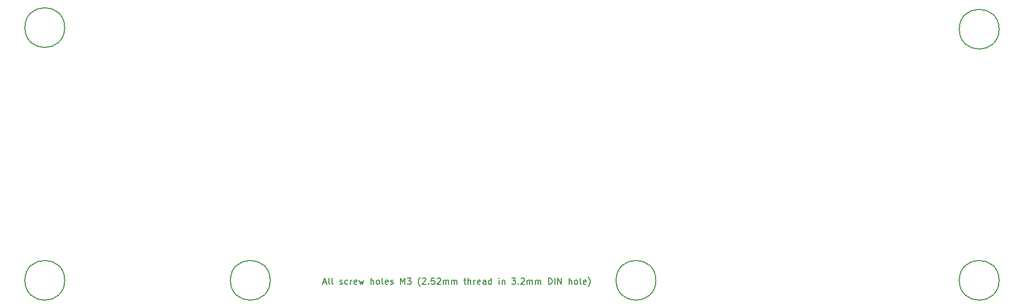
<source format=gbr>
%TF.GenerationSoftware,KiCad,Pcbnew,7.0.9*%
%TF.CreationDate,2023-12-01T11:37:00-08:00*%
%TF.ProjectId,gameshow_v4,67616d65-7368-46f7-975f-76342e6b6963,rev?*%
%TF.SameCoordinates,Original*%
%TF.FileFunction,Other,Comment*%
%FSLAX46Y46*%
G04 Gerber Fmt 4.6, Leading zero omitted, Abs format (unit mm)*
G04 Created by KiCad (PCBNEW 7.0.9) date 2023-12-01 11:37:00*
%MOMM*%
%LPD*%
G01*
G04 APERTURE LIST*
%ADD10C,0.150000*%
G04 APERTURE END LIST*
D10*
X119669160Y-100168104D02*
X120145350Y-100168104D01*
X119573922Y-100453819D02*
X119907255Y-99453819D01*
X119907255Y-99453819D02*
X120240588Y-100453819D01*
X120716779Y-100453819D02*
X120621541Y-100406200D01*
X120621541Y-100406200D02*
X120573922Y-100310961D01*
X120573922Y-100310961D02*
X120573922Y-99453819D01*
X121240589Y-100453819D02*
X121145351Y-100406200D01*
X121145351Y-100406200D02*
X121097732Y-100310961D01*
X121097732Y-100310961D02*
X121097732Y-99453819D01*
X122335828Y-100406200D02*
X122431066Y-100453819D01*
X122431066Y-100453819D02*
X122621542Y-100453819D01*
X122621542Y-100453819D02*
X122716780Y-100406200D01*
X122716780Y-100406200D02*
X122764399Y-100310961D01*
X122764399Y-100310961D02*
X122764399Y-100263342D01*
X122764399Y-100263342D02*
X122716780Y-100168104D01*
X122716780Y-100168104D02*
X122621542Y-100120485D01*
X122621542Y-100120485D02*
X122478685Y-100120485D01*
X122478685Y-100120485D02*
X122383447Y-100072866D01*
X122383447Y-100072866D02*
X122335828Y-99977628D01*
X122335828Y-99977628D02*
X122335828Y-99930009D01*
X122335828Y-99930009D02*
X122383447Y-99834771D01*
X122383447Y-99834771D02*
X122478685Y-99787152D01*
X122478685Y-99787152D02*
X122621542Y-99787152D01*
X122621542Y-99787152D02*
X122716780Y-99834771D01*
X123621542Y-100406200D02*
X123526304Y-100453819D01*
X123526304Y-100453819D02*
X123335828Y-100453819D01*
X123335828Y-100453819D02*
X123240590Y-100406200D01*
X123240590Y-100406200D02*
X123192971Y-100358580D01*
X123192971Y-100358580D02*
X123145352Y-100263342D01*
X123145352Y-100263342D02*
X123145352Y-99977628D01*
X123145352Y-99977628D02*
X123192971Y-99882390D01*
X123192971Y-99882390D02*
X123240590Y-99834771D01*
X123240590Y-99834771D02*
X123335828Y-99787152D01*
X123335828Y-99787152D02*
X123526304Y-99787152D01*
X123526304Y-99787152D02*
X123621542Y-99834771D01*
X124050114Y-100453819D02*
X124050114Y-99787152D01*
X124050114Y-99977628D02*
X124097733Y-99882390D01*
X124097733Y-99882390D02*
X124145352Y-99834771D01*
X124145352Y-99834771D02*
X124240590Y-99787152D01*
X124240590Y-99787152D02*
X124335828Y-99787152D01*
X125050114Y-100406200D02*
X124954876Y-100453819D01*
X124954876Y-100453819D02*
X124764400Y-100453819D01*
X124764400Y-100453819D02*
X124669162Y-100406200D01*
X124669162Y-100406200D02*
X124621543Y-100310961D01*
X124621543Y-100310961D02*
X124621543Y-99930009D01*
X124621543Y-99930009D02*
X124669162Y-99834771D01*
X124669162Y-99834771D02*
X124764400Y-99787152D01*
X124764400Y-99787152D02*
X124954876Y-99787152D01*
X124954876Y-99787152D02*
X125050114Y-99834771D01*
X125050114Y-99834771D02*
X125097733Y-99930009D01*
X125097733Y-99930009D02*
X125097733Y-100025247D01*
X125097733Y-100025247D02*
X124621543Y-100120485D01*
X125431067Y-99787152D02*
X125621543Y-100453819D01*
X125621543Y-100453819D02*
X125812019Y-99977628D01*
X125812019Y-99977628D02*
X126002495Y-100453819D01*
X126002495Y-100453819D02*
X126192971Y-99787152D01*
X127335829Y-100453819D02*
X127335829Y-99453819D01*
X127764400Y-100453819D02*
X127764400Y-99930009D01*
X127764400Y-99930009D02*
X127716781Y-99834771D01*
X127716781Y-99834771D02*
X127621543Y-99787152D01*
X127621543Y-99787152D02*
X127478686Y-99787152D01*
X127478686Y-99787152D02*
X127383448Y-99834771D01*
X127383448Y-99834771D02*
X127335829Y-99882390D01*
X128383448Y-100453819D02*
X128288210Y-100406200D01*
X128288210Y-100406200D02*
X128240591Y-100358580D01*
X128240591Y-100358580D02*
X128192972Y-100263342D01*
X128192972Y-100263342D02*
X128192972Y-99977628D01*
X128192972Y-99977628D02*
X128240591Y-99882390D01*
X128240591Y-99882390D02*
X128288210Y-99834771D01*
X128288210Y-99834771D02*
X128383448Y-99787152D01*
X128383448Y-99787152D02*
X128526305Y-99787152D01*
X128526305Y-99787152D02*
X128621543Y-99834771D01*
X128621543Y-99834771D02*
X128669162Y-99882390D01*
X128669162Y-99882390D02*
X128716781Y-99977628D01*
X128716781Y-99977628D02*
X128716781Y-100263342D01*
X128716781Y-100263342D02*
X128669162Y-100358580D01*
X128669162Y-100358580D02*
X128621543Y-100406200D01*
X128621543Y-100406200D02*
X128526305Y-100453819D01*
X128526305Y-100453819D02*
X128383448Y-100453819D01*
X129288210Y-100453819D02*
X129192972Y-100406200D01*
X129192972Y-100406200D02*
X129145353Y-100310961D01*
X129145353Y-100310961D02*
X129145353Y-99453819D01*
X130050115Y-100406200D02*
X129954877Y-100453819D01*
X129954877Y-100453819D02*
X129764401Y-100453819D01*
X129764401Y-100453819D02*
X129669163Y-100406200D01*
X129669163Y-100406200D02*
X129621544Y-100310961D01*
X129621544Y-100310961D02*
X129621544Y-99930009D01*
X129621544Y-99930009D02*
X129669163Y-99834771D01*
X129669163Y-99834771D02*
X129764401Y-99787152D01*
X129764401Y-99787152D02*
X129954877Y-99787152D01*
X129954877Y-99787152D02*
X130050115Y-99834771D01*
X130050115Y-99834771D02*
X130097734Y-99930009D01*
X130097734Y-99930009D02*
X130097734Y-100025247D01*
X130097734Y-100025247D02*
X129621544Y-100120485D01*
X130478687Y-100406200D02*
X130573925Y-100453819D01*
X130573925Y-100453819D02*
X130764401Y-100453819D01*
X130764401Y-100453819D02*
X130859639Y-100406200D01*
X130859639Y-100406200D02*
X130907258Y-100310961D01*
X130907258Y-100310961D02*
X130907258Y-100263342D01*
X130907258Y-100263342D02*
X130859639Y-100168104D01*
X130859639Y-100168104D02*
X130764401Y-100120485D01*
X130764401Y-100120485D02*
X130621544Y-100120485D01*
X130621544Y-100120485D02*
X130526306Y-100072866D01*
X130526306Y-100072866D02*
X130478687Y-99977628D01*
X130478687Y-99977628D02*
X130478687Y-99930009D01*
X130478687Y-99930009D02*
X130526306Y-99834771D01*
X130526306Y-99834771D02*
X130621544Y-99787152D01*
X130621544Y-99787152D02*
X130764401Y-99787152D01*
X130764401Y-99787152D02*
X130859639Y-99834771D01*
X132097735Y-100453819D02*
X132097735Y-99453819D01*
X132097735Y-99453819D02*
X132431068Y-100168104D01*
X132431068Y-100168104D02*
X132764401Y-99453819D01*
X132764401Y-99453819D02*
X132764401Y-100453819D01*
X133145354Y-99453819D02*
X133764401Y-99453819D01*
X133764401Y-99453819D02*
X133431068Y-99834771D01*
X133431068Y-99834771D02*
X133573925Y-99834771D01*
X133573925Y-99834771D02*
X133669163Y-99882390D01*
X133669163Y-99882390D02*
X133716782Y-99930009D01*
X133716782Y-99930009D02*
X133764401Y-100025247D01*
X133764401Y-100025247D02*
X133764401Y-100263342D01*
X133764401Y-100263342D02*
X133716782Y-100358580D01*
X133716782Y-100358580D02*
X133669163Y-100406200D01*
X133669163Y-100406200D02*
X133573925Y-100453819D01*
X133573925Y-100453819D02*
X133288211Y-100453819D01*
X133288211Y-100453819D02*
X133192973Y-100406200D01*
X133192973Y-100406200D02*
X133145354Y-100358580D01*
X135240592Y-100834771D02*
X135192973Y-100787152D01*
X135192973Y-100787152D02*
X135097735Y-100644295D01*
X135097735Y-100644295D02*
X135050116Y-100549057D01*
X135050116Y-100549057D02*
X135002497Y-100406200D01*
X135002497Y-100406200D02*
X134954878Y-100168104D01*
X134954878Y-100168104D02*
X134954878Y-99977628D01*
X134954878Y-99977628D02*
X135002497Y-99739533D01*
X135002497Y-99739533D02*
X135050116Y-99596676D01*
X135050116Y-99596676D02*
X135097735Y-99501438D01*
X135097735Y-99501438D02*
X135192973Y-99358580D01*
X135192973Y-99358580D02*
X135240592Y-99310961D01*
X135573926Y-99549057D02*
X135621545Y-99501438D01*
X135621545Y-99501438D02*
X135716783Y-99453819D01*
X135716783Y-99453819D02*
X135954878Y-99453819D01*
X135954878Y-99453819D02*
X136050116Y-99501438D01*
X136050116Y-99501438D02*
X136097735Y-99549057D01*
X136097735Y-99549057D02*
X136145354Y-99644295D01*
X136145354Y-99644295D02*
X136145354Y-99739533D01*
X136145354Y-99739533D02*
X136097735Y-99882390D01*
X136097735Y-99882390D02*
X135526307Y-100453819D01*
X135526307Y-100453819D02*
X136145354Y-100453819D01*
X136573926Y-100358580D02*
X136621545Y-100406200D01*
X136621545Y-100406200D02*
X136573926Y-100453819D01*
X136573926Y-100453819D02*
X136526307Y-100406200D01*
X136526307Y-100406200D02*
X136573926Y-100358580D01*
X136573926Y-100358580D02*
X136573926Y-100453819D01*
X137526306Y-99453819D02*
X137050116Y-99453819D01*
X137050116Y-99453819D02*
X137002497Y-99930009D01*
X137002497Y-99930009D02*
X137050116Y-99882390D01*
X137050116Y-99882390D02*
X137145354Y-99834771D01*
X137145354Y-99834771D02*
X137383449Y-99834771D01*
X137383449Y-99834771D02*
X137478687Y-99882390D01*
X137478687Y-99882390D02*
X137526306Y-99930009D01*
X137526306Y-99930009D02*
X137573925Y-100025247D01*
X137573925Y-100025247D02*
X137573925Y-100263342D01*
X137573925Y-100263342D02*
X137526306Y-100358580D01*
X137526306Y-100358580D02*
X137478687Y-100406200D01*
X137478687Y-100406200D02*
X137383449Y-100453819D01*
X137383449Y-100453819D02*
X137145354Y-100453819D01*
X137145354Y-100453819D02*
X137050116Y-100406200D01*
X137050116Y-100406200D02*
X137002497Y-100358580D01*
X137954878Y-99549057D02*
X138002497Y-99501438D01*
X138002497Y-99501438D02*
X138097735Y-99453819D01*
X138097735Y-99453819D02*
X138335830Y-99453819D01*
X138335830Y-99453819D02*
X138431068Y-99501438D01*
X138431068Y-99501438D02*
X138478687Y-99549057D01*
X138478687Y-99549057D02*
X138526306Y-99644295D01*
X138526306Y-99644295D02*
X138526306Y-99739533D01*
X138526306Y-99739533D02*
X138478687Y-99882390D01*
X138478687Y-99882390D02*
X137907259Y-100453819D01*
X137907259Y-100453819D02*
X138526306Y-100453819D01*
X138954878Y-100453819D02*
X138954878Y-99787152D01*
X138954878Y-99882390D02*
X139002497Y-99834771D01*
X139002497Y-99834771D02*
X139097735Y-99787152D01*
X139097735Y-99787152D02*
X139240592Y-99787152D01*
X139240592Y-99787152D02*
X139335830Y-99834771D01*
X139335830Y-99834771D02*
X139383449Y-99930009D01*
X139383449Y-99930009D02*
X139383449Y-100453819D01*
X139383449Y-99930009D02*
X139431068Y-99834771D01*
X139431068Y-99834771D02*
X139526306Y-99787152D01*
X139526306Y-99787152D02*
X139669163Y-99787152D01*
X139669163Y-99787152D02*
X139764402Y-99834771D01*
X139764402Y-99834771D02*
X139812021Y-99930009D01*
X139812021Y-99930009D02*
X139812021Y-100453819D01*
X140288211Y-100453819D02*
X140288211Y-99787152D01*
X140288211Y-99882390D02*
X140335830Y-99834771D01*
X140335830Y-99834771D02*
X140431068Y-99787152D01*
X140431068Y-99787152D02*
X140573925Y-99787152D01*
X140573925Y-99787152D02*
X140669163Y-99834771D01*
X140669163Y-99834771D02*
X140716782Y-99930009D01*
X140716782Y-99930009D02*
X140716782Y-100453819D01*
X140716782Y-99930009D02*
X140764401Y-99834771D01*
X140764401Y-99834771D02*
X140859639Y-99787152D01*
X140859639Y-99787152D02*
X141002496Y-99787152D01*
X141002496Y-99787152D02*
X141097735Y-99834771D01*
X141097735Y-99834771D02*
X141145354Y-99930009D01*
X141145354Y-99930009D02*
X141145354Y-100453819D01*
X142240592Y-99787152D02*
X142621544Y-99787152D01*
X142383449Y-99453819D02*
X142383449Y-100310961D01*
X142383449Y-100310961D02*
X142431068Y-100406200D01*
X142431068Y-100406200D02*
X142526306Y-100453819D01*
X142526306Y-100453819D02*
X142621544Y-100453819D01*
X142954878Y-100453819D02*
X142954878Y-99453819D01*
X143383449Y-100453819D02*
X143383449Y-99930009D01*
X143383449Y-99930009D02*
X143335830Y-99834771D01*
X143335830Y-99834771D02*
X143240592Y-99787152D01*
X143240592Y-99787152D02*
X143097735Y-99787152D01*
X143097735Y-99787152D02*
X143002497Y-99834771D01*
X143002497Y-99834771D02*
X142954878Y-99882390D01*
X143859640Y-100453819D02*
X143859640Y-99787152D01*
X143859640Y-99977628D02*
X143907259Y-99882390D01*
X143907259Y-99882390D02*
X143954878Y-99834771D01*
X143954878Y-99834771D02*
X144050116Y-99787152D01*
X144050116Y-99787152D02*
X144145354Y-99787152D01*
X144859640Y-100406200D02*
X144764402Y-100453819D01*
X144764402Y-100453819D02*
X144573926Y-100453819D01*
X144573926Y-100453819D02*
X144478688Y-100406200D01*
X144478688Y-100406200D02*
X144431069Y-100310961D01*
X144431069Y-100310961D02*
X144431069Y-99930009D01*
X144431069Y-99930009D02*
X144478688Y-99834771D01*
X144478688Y-99834771D02*
X144573926Y-99787152D01*
X144573926Y-99787152D02*
X144764402Y-99787152D01*
X144764402Y-99787152D02*
X144859640Y-99834771D01*
X144859640Y-99834771D02*
X144907259Y-99930009D01*
X144907259Y-99930009D02*
X144907259Y-100025247D01*
X144907259Y-100025247D02*
X144431069Y-100120485D01*
X145764402Y-100453819D02*
X145764402Y-99930009D01*
X145764402Y-99930009D02*
X145716783Y-99834771D01*
X145716783Y-99834771D02*
X145621545Y-99787152D01*
X145621545Y-99787152D02*
X145431069Y-99787152D01*
X145431069Y-99787152D02*
X145335831Y-99834771D01*
X145764402Y-100406200D02*
X145669164Y-100453819D01*
X145669164Y-100453819D02*
X145431069Y-100453819D01*
X145431069Y-100453819D02*
X145335831Y-100406200D01*
X145335831Y-100406200D02*
X145288212Y-100310961D01*
X145288212Y-100310961D02*
X145288212Y-100215723D01*
X145288212Y-100215723D02*
X145335831Y-100120485D01*
X145335831Y-100120485D02*
X145431069Y-100072866D01*
X145431069Y-100072866D02*
X145669164Y-100072866D01*
X145669164Y-100072866D02*
X145764402Y-100025247D01*
X146669164Y-100453819D02*
X146669164Y-99453819D01*
X146669164Y-100406200D02*
X146573926Y-100453819D01*
X146573926Y-100453819D02*
X146383450Y-100453819D01*
X146383450Y-100453819D02*
X146288212Y-100406200D01*
X146288212Y-100406200D02*
X146240593Y-100358580D01*
X146240593Y-100358580D02*
X146192974Y-100263342D01*
X146192974Y-100263342D02*
X146192974Y-99977628D01*
X146192974Y-99977628D02*
X146240593Y-99882390D01*
X146240593Y-99882390D02*
X146288212Y-99834771D01*
X146288212Y-99834771D02*
X146383450Y-99787152D01*
X146383450Y-99787152D02*
X146573926Y-99787152D01*
X146573926Y-99787152D02*
X146669164Y-99834771D01*
X147907260Y-100453819D02*
X147907260Y-99787152D01*
X147907260Y-99453819D02*
X147859641Y-99501438D01*
X147859641Y-99501438D02*
X147907260Y-99549057D01*
X147907260Y-99549057D02*
X147954879Y-99501438D01*
X147954879Y-99501438D02*
X147907260Y-99453819D01*
X147907260Y-99453819D02*
X147907260Y-99549057D01*
X148383450Y-99787152D02*
X148383450Y-100453819D01*
X148383450Y-99882390D02*
X148431069Y-99834771D01*
X148431069Y-99834771D02*
X148526307Y-99787152D01*
X148526307Y-99787152D02*
X148669164Y-99787152D01*
X148669164Y-99787152D02*
X148764402Y-99834771D01*
X148764402Y-99834771D02*
X148812021Y-99930009D01*
X148812021Y-99930009D02*
X148812021Y-100453819D01*
X149954879Y-99453819D02*
X150573926Y-99453819D01*
X150573926Y-99453819D02*
X150240593Y-99834771D01*
X150240593Y-99834771D02*
X150383450Y-99834771D01*
X150383450Y-99834771D02*
X150478688Y-99882390D01*
X150478688Y-99882390D02*
X150526307Y-99930009D01*
X150526307Y-99930009D02*
X150573926Y-100025247D01*
X150573926Y-100025247D02*
X150573926Y-100263342D01*
X150573926Y-100263342D02*
X150526307Y-100358580D01*
X150526307Y-100358580D02*
X150478688Y-100406200D01*
X150478688Y-100406200D02*
X150383450Y-100453819D01*
X150383450Y-100453819D02*
X150097736Y-100453819D01*
X150097736Y-100453819D02*
X150002498Y-100406200D01*
X150002498Y-100406200D02*
X149954879Y-100358580D01*
X151002498Y-100358580D02*
X151050117Y-100406200D01*
X151050117Y-100406200D02*
X151002498Y-100453819D01*
X151002498Y-100453819D02*
X150954879Y-100406200D01*
X150954879Y-100406200D02*
X151002498Y-100358580D01*
X151002498Y-100358580D02*
X151002498Y-100453819D01*
X151431069Y-99549057D02*
X151478688Y-99501438D01*
X151478688Y-99501438D02*
X151573926Y-99453819D01*
X151573926Y-99453819D02*
X151812021Y-99453819D01*
X151812021Y-99453819D02*
X151907259Y-99501438D01*
X151907259Y-99501438D02*
X151954878Y-99549057D01*
X151954878Y-99549057D02*
X152002497Y-99644295D01*
X152002497Y-99644295D02*
X152002497Y-99739533D01*
X152002497Y-99739533D02*
X151954878Y-99882390D01*
X151954878Y-99882390D02*
X151383450Y-100453819D01*
X151383450Y-100453819D02*
X152002497Y-100453819D01*
X152431069Y-100453819D02*
X152431069Y-99787152D01*
X152431069Y-99882390D02*
X152478688Y-99834771D01*
X152478688Y-99834771D02*
X152573926Y-99787152D01*
X152573926Y-99787152D02*
X152716783Y-99787152D01*
X152716783Y-99787152D02*
X152812021Y-99834771D01*
X152812021Y-99834771D02*
X152859640Y-99930009D01*
X152859640Y-99930009D02*
X152859640Y-100453819D01*
X152859640Y-99930009D02*
X152907259Y-99834771D01*
X152907259Y-99834771D02*
X153002497Y-99787152D01*
X153002497Y-99787152D02*
X153145354Y-99787152D01*
X153145354Y-99787152D02*
X153240593Y-99834771D01*
X153240593Y-99834771D02*
X153288212Y-99930009D01*
X153288212Y-99930009D02*
X153288212Y-100453819D01*
X153764402Y-100453819D02*
X153764402Y-99787152D01*
X153764402Y-99882390D02*
X153812021Y-99834771D01*
X153812021Y-99834771D02*
X153907259Y-99787152D01*
X153907259Y-99787152D02*
X154050116Y-99787152D01*
X154050116Y-99787152D02*
X154145354Y-99834771D01*
X154145354Y-99834771D02*
X154192973Y-99930009D01*
X154192973Y-99930009D02*
X154192973Y-100453819D01*
X154192973Y-99930009D02*
X154240592Y-99834771D01*
X154240592Y-99834771D02*
X154335830Y-99787152D01*
X154335830Y-99787152D02*
X154478687Y-99787152D01*
X154478687Y-99787152D02*
X154573926Y-99834771D01*
X154573926Y-99834771D02*
X154621545Y-99930009D01*
X154621545Y-99930009D02*
X154621545Y-100453819D01*
X155859640Y-100453819D02*
X155859640Y-99453819D01*
X155859640Y-99453819D02*
X156097735Y-99453819D01*
X156097735Y-99453819D02*
X156240592Y-99501438D01*
X156240592Y-99501438D02*
X156335830Y-99596676D01*
X156335830Y-99596676D02*
X156383449Y-99691914D01*
X156383449Y-99691914D02*
X156431068Y-99882390D01*
X156431068Y-99882390D02*
X156431068Y-100025247D01*
X156431068Y-100025247D02*
X156383449Y-100215723D01*
X156383449Y-100215723D02*
X156335830Y-100310961D01*
X156335830Y-100310961D02*
X156240592Y-100406200D01*
X156240592Y-100406200D02*
X156097735Y-100453819D01*
X156097735Y-100453819D02*
X155859640Y-100453819D01*
X156859640Y-100453819D02*
X156859640Y-99453819D01*
X157335830Y-100453819D02*
X157335830Y-99453819D01*
X157335830Y-99453819D02*
X157907258Y-100453819D01*
X157907258Y-100453819D02*
X157907258Y-99453819D01*
X159145354Y-100453819D02*
X159145354Y-99453819D01*
X159573925Y-100453819D02*
X159573925Y-99930009D01*
X159573925Y-99930009D02*
X159526306Y-99834771D01*
X159526306Y-99834771D02*
X159431068Y-99787152D01*
X159431068Y-99787152D02*
X159288211Y-99787152D01*
X159288211Y-99787152D02*
X159192973Y-99834771D01*
X159192973Y-99834771D02*
X159145354Y-99882390D01*
X160192973Y-100453819D02*
X160097735Y-100406200D01*
X160097735Y-100406200D02*
X160050116Y-100358580D01*
X160050116Y-100358580D02*
X160002497Y-100263342D01*
X160002497Y-100263342D02*
X160002497Y-99977628D01*
X160002497Y-99977628D02*
X160050116Y-99882390D01*
X160050116Y-99882390D02*
X160097735Y-99834771D01*
X160097735Y-99834771D02*
X160192973Y-99787152D01*
X160192973Y-99787152D02*
X160335830Y-99787152D01*
X160335830Y-99787152D02*
X160431068Y-99834771D01*
X160431068Y-99834771D02*
X160478687Y-99882390D01*
X160478687Y-99882390D02*
X160526306Y-99977628D01*
X160526306Y-99977628D02*
X160526306Y-100263342D01*
X160526306Y-100263342D02*
X160478687Y-100358580D01*
X160478687Y-100358580D02*
X160431068Y-100406200D01*
X160431068Y-100406200D02*
X160335830Y-100453819D01*
X160335830Y-100453819D02*
X160192973Y-100453819D01*
X161097735Y-100453819D02*
X161002497Y-100406200D01*
X161002497Y-100406200D02*
X160954878Y-100310961D01*
X160954878Y-100310961D02*
X160954878Y-99453819D01*
X161859640Y-100406200D02*
X161764402Y-100453819D01*
X161764402Y-100453819D02*
X161573926Y-100453819D01*
X161573926Y-100453819D02*
X161478688Y-100406200D01*
X161478688Y-100406200D02*
X161431069Y-100310961D01*
X161431069Y-100310961D02*
X161431069Y-99930009D01*
X161431069Y-99930009D02*
X161478688Y-99834771D01*
X161478688Y-99834771D02*
X161573926Y-99787152D01*
X161573926Y-99787152D02*
X161764402Y-99787152D01*
X161764402Y-99787152D02*
X161859640Y-99834771D01*
X161859640Y-99834771D02*
X161907259Y-99930009D01*
X161907259Y-99930009D02*
X161907259Y-100025247D01*
X161907259Y-100025247D02*
X161431069Y-100120485D01*
X162240593Y-100834771D02*
X162288212Y-100787152D01*
X162288212Y-100787152D02*
X162383450Y-100644295D01*
X162383450Y-100644295D02*
X162431069Y-100549057D01*
X162431069Y-100549057D02*
X162478688Y-100406200D01*
X162478688Y-100406200D02*
X162526307Y-100168104D01*
X162526307Y-100168104D02*
X162526307Y-99977628D01*
X162526307Y-99977628D02*
X162478688Y-99739533D01*
X162478688Y-99739533D02*
X162431069Y-99596676D01*
X162431069Y-99596676D02*
X162383450Y-99501438D01*
X162383450Y-99501438D02*
X162288212Y-99358580D01*
X162288212Y-99358580D02*
X162240593Y-99310961D01*
%TO.C,H4*%
X228244000Y-99822000D02*
G75*
G03*
X228244000Y-99822000I-3200000J0D01*
G01*
%TO.C,H5*%
X111150000Y-99822000D02*
G75*
G03*
X111150000Y-99822000I-3200000J0D01*
G01*
%TO.C,H3*%
X78130000Y-99822000D02*
G75*
G03*
X78130000Y-99822000I-3200000J0D01*
G01*
%TO.C,H1*%
X78130000Y-59182000D02*
G75*
G03*
X78130000Y-59182000I-3200000J0D01*
G01*
%TO.C,H2*%
X228244000Y-59436000D02*
G75*
G03*
X228244000Y-59436000I-3200000J0D01*
G01*
%TO.C,H6*%
X173110000Y-99822000D02*
G75*
G03*
X173110000Y-99822000I-3200000J0D01*
G01*
%TD*%
M02*

</source>
